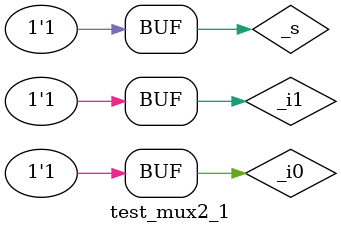
<source format=v>
module mux2_1 (i0,i1,s,out);

input i0,i1,s;
output out;

wire w0,w1,w2;

not(w0,s);
and(w1,w0,i0);

and (w2,i1,s);

or (out,w1,w2);

endmodule


module test_mux2_1;

reg _i0,_i1,_s;
wire _out;

mux2_1 full(.i0(_i0),.i1(_i1),.s(_s),.out(_out));

initial begin
_i0=1'b0; _i1=1'b0; _s=1'b0;

#10

_i0=1'b0; _i1=1'b0; _s=1'b1;

#10

_i0=1'b0; _i1=1'b1; _s=1'b0;

#10

_i0=1'b0; _i1=1'b1; _s=1'b1;

#10

_i0=1'b1; _i1=1'b0; _s=1'b0;

#10

_i0=1'b1; _i1=1'b0; _s=1'b1;

#10

_i0=1'b1; _i1=1'b1; _s=1'b0;

#10

_i0=1'b1; _i1=1'b1; _s=1'b1;

end

endmodule

</source>
